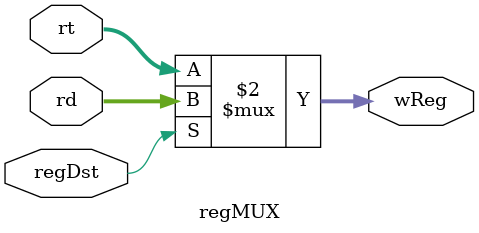
<source format=v>

module regMUX (
    input wire [4:0] rt,
    input wire [4:0] rd,
    input wire regDst,
    output wire [4:0] wReg
);

    assign wReg = (regDst == 1'b1) ? rd : rt;

endmodule
</source>
